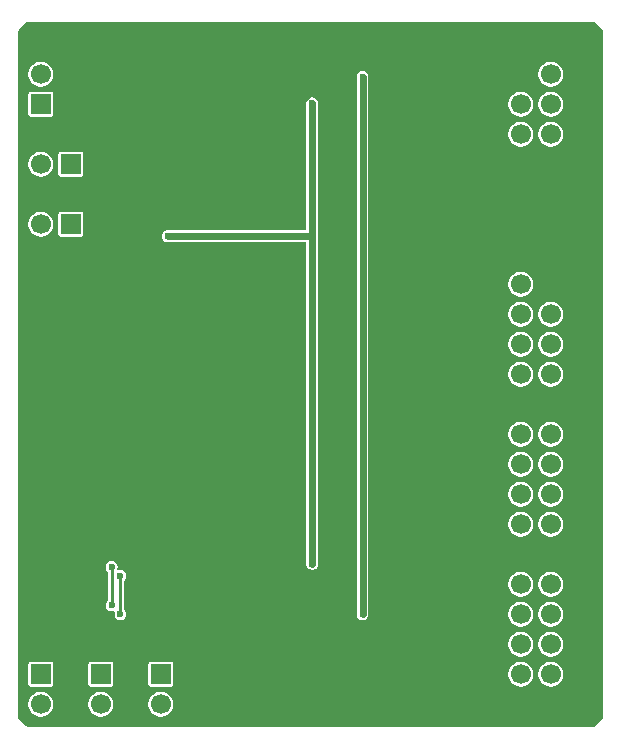
<source format=gbl>
G04 #@! TF.GenerationSoftware,KiCad,Pcbnew,9.0.1*
G04 #@! TF.CreationDate,2025-10-08T22:03:34-06:00*
G04 #@! TF.ProjectId,testbench,74657374-6265-46e6-9368-2e6b69636164,rev?*
G04 #@! TF.SameCoordinates,Original*
G04 #@! TF.FileFunction,Copper,L2,Bot*
G04 #@! TF.FilePolarity,Positive*
%FSLAX46Y46*%
G04 Gerber Fmt 4.6, Leading zero omitted, Abs format (unit mm)*
G04 Created by KiCad (PCBNEW 9.0.1) date 2025-10-08 22:03:34*
%MOMM*%
%LPD*%
G01*
G04 APERTURE LIST*
G04 #@! TA.AperFunction,ComponentPad*
%ADD10R,1.700000X1.700000*%
G04 #@! TD*
G04 #@! TA.AperFunction,ComponentPad*
%ADD11C,1.700000*%
G04 #@! TD*
G04 #@! TA.AperFunction,ViaPad*
%ADD12C,0.600000*%
G04 #@! TD*
G04 #@! TA.AperFunction,Conductor*
%ADD13C,0.600000*%
G04 #@! TD*
G04 #@! TA.AperFunction,Conductor*
%ADD14C,0.250000*%
G04 #@! TD*
G04 APERTURE END LIST*
D10*
X121920000Y-132080000D03*
D11*
X121920000Y-134620000D03*
D10*
X116840000Y-132080000D03*
D11*
X116840000Y-134620000D03*
X111760000Y-134620000D03*
D10*
X111760000Y-132080000D03*
D11*
X111760000Y-93980000D03*
D10*
X114300000Y-93980000D03*
D11*
X111760000Y-88900000D03*
D10*
X114300000Y-88900000D03*
X111760000Y-83820000D03*
D11*
X111760000Y-81280000D03*
X111760000Y-78740000D03*
D10*
X152400000Y-78740000D03*
D11*
X154940000Y-78740000D03*
X152400000Y-81280000D03*
X154940000Y-81280000D03*
X152400000Y-83820000D03*
X154940000Y-83820000D03*
X152400000Y-86360000D03*
X154940000Y-86360000D03*
X152400000Y-88900000D03*
X154940000Y-88900000D03*
D10*
X154940000Y-134620000D03*
D11*
X152400000Y-134620000D03*
X154940000Y-132080000D03*
X152400000Y-132080000D03*
X154940000Y-129540000D03*
X152400000Y-129540000D03*
X154940000Y-127000000D03*
X152400000Y-127000000D03*
X154940000Y-124460000D03*
X152400000Y-124460000D03*
X154940000Y-121920000D03*
X152400000Y-121920000D03*
X154940000Y-119380000D03*
X152400000Y-119380000D03*
X154940000Y-116840000D03*
X152400000Y-116840000D03*
X154940000Y-114300000D03*
X152400000Y-114300000D03*
X154940000Y-111760000D03*
X152400000Y-111760000D03*
X154940000Y-109220000D03*
X152400000Y-109220000D03*
X154940000Y-106680000D03*
X152400000Y-106680000D03*
X154940000Y-104140000D03*
X152400000Y-104140000D03*
X154940000Y-101600000D03*
X152400000Y-101600000D03*
X154940000Y-99060000D03*
X152400000Y-99060000D03*
X154940000Y-96520000D03*
X152400000Y-96520000D03*
D12*
X122500000Y-95000000D03*
X126000000Y-92750000D03*
X115000000Y-112000000D03*
X118500000Y-127000000D03*
X117750000Y-126250000D03*
X117750000Y-123000000D03*
X118500000Y-123750000D03*
X134750000Y-122750000D03*
X134750000Y-116250000D03*
X134750000Y-109750000D03*
X134750000Y-103250000D03*
X134750000Y-83750000D03*
X134750000Y-90250000D03*
X134750000Y-96750000D03*
X139000000Y-127000000D03*
X141000000Y-115000000D03*
X139000000Y-114000000D03*
X136000000Y-115000000D03*
X138000000Y-120500000D03*
X139000000Y-88000000D03*
X141000000Y-89000000D03*
X136000000Y-89000000D03*
X138000000Y-94500000D03*
X120500000Y-81750000D03*
X136000000Y-82500000D03*
X138000000Y-88000000D03*
X141000000Y-82500000D03*
X139000000Y-81500000D03*
X138000000Y-127000000D03*
X141000000Y-121500000D03*
X136000000Y-121500000D03*
X139000000Y-120500000D03*
X138000000Y-107500000D03*
X138000000Y-114000000D03*
X138000000Y-101000000D03*
X139000000Y-94500000D03*
X139000000Y-107500000D03*
X139000000Y-101000000D03*
X141000000Y-102000000D03*
X136000000Y-102000000D03*
X141000000Y-95500000D03*
X136000000Y-95500000D03*
X141000000Y-108500000D03*
X136000000Y-108500000D03*
D13*
X134750000Y-90250000D02*
X134750000Y-95000000D01*
X122500000Y-95000000D02*
X134750000Y-95000000D01*
D14*
X117750000Y-123000000D02*
X117750000Y-126250000D01*
X118500000Y-123750000D02*
X118500000Y-127000000D01*
D13*
X134750000Y-116250000D02*
X134750000Y-122750000D01*
X134750000Y-109750000D02*
X134750000Y-116250000D01*
X134750000Y-103250000D02*
X134750000Y-109750000D01*
X134750000Y-96750000D02*
X134750000Y-103250000D01*
X134750000Y-95000000D02*
X134750000Y-96750000D01*
X134750000Y-83750000D02*
X134750000Y-90250000D01*
X139000000Y-120500000D02*
X139000000Y-127000000D01*
X139000000Y-114000000D02*
X139000000Y-120500000D01*
X139000000Y-107500000D02*
X139000000Y-114000000D01*
X139000000Y-101000000D02*
X139000000Y-107500000D01*
X139000000Y-94500000D02*
X139000000Y-101000000D01*
X139000000Y-88000000D02*
X139000000Y-94500000D01*
X139000000Y-81500000D02*
X139000000Y-88000000D01*
G04 #@! TA.AperFunction,Conductor*
G36*
X158692863Y-76854685D02*
G01*
X158713505Y-76871319D01*
X159348681Y-77506494D01*
X159382166Y-77567817D01*
X159385000Y-77594175D01*
X159385000Y-135765824D01*
X159365315Y-135832863D01*
X159348681Y-135853505D01*
X158713505Y-136488681D01*
X158652182Y-136522166D01*
X158625824Y-136525000D01*
X110614175Y-136525000D01*
X110547136Y-136505315D01*
X110526494Y-136488681D01*
X109891319Y-135853505D01*
X109857834Y-135792182D01*
X109855000Y-135765824D01*
X109855000Y-134516530D01*
X110709500Y-134516530D01*
X110709500Y-134723469D01*
X110749868Y-134926412D01*
X110749870Y-134926420D01*
X110829058Y-135117596D01*
X110944024Y-135289657D01*
X111090342Y-135435975D01*
X111090345Y-135435977D01*
X111262402Y-135550941D01*
X111453580Y-135630130D01*
X111656530Y-135670499D01*
X111656534Y-135670500D01*
X111656535Y-135670500D01*
X111863466Y-135670500D01*
X111863467Y-135670499D01*
X112066420Y-135630130D01*
X112257598Y-135550941D01*
X112429655Y-135435977D01*
X112575977Y-135289655D01*
X112690941Y-135117598D01*
X112770130Y-134926420D01*
X112810500Y-134723465D01*
X112810500Y-134516535D01*
X112810499Y-134516530D01*
X115789500Y-134516530D01*
X115789500Y-134723469D01*
X115829868Y-134926412D01*
X115829870Y-134926420D01*
X115909058Y-135117596D01*
X116024024Y-135289657D01*
X116170342Y-135435975D01*
X116170345Y-135435977D01*
X116342402Y-135550941D01*
X116533580Y-135630130D01*
X116736530Y-135670499D01*
X116736534Y-135670500D01*
X116736535Y-135670500D01*
X116943466Y-135670500D01*
X116943467Y-135670499D01*
X117146420Y-135630130D01*
X117337598Y-135550941D01*
X117509655Y-135435977D01*
X117655977Y-135289655D01*
X117770941Y-135117598D01*
X117850130Y-134926420D01*
X117890500Y-134723465D01*
X117890500Y-134516535D01*
X117890499Y-134516530D01*
X120869500Y-134516530D01*
X120869500Y-134723469D01*
X120909868Y-134926412D01*
X120909870Y-134926420D01*
X120989058Y-135117596D01*
X121104024Y-135289657D01*
X121250342Y-135435975D01*
X121250345Y-135435977D01*
X121422402Y-135550941D01*
X121613580Y-135630130D01*
X121816530Y-135670499D01*
X121816534Y-135670500D01*
X121816535Y-135670500D01*
X122023466Y-135670500D01*
X122023467Y-135670499D01*
X122226420Y-135630130D01*
X122417598Y-135550941D01*
X122589655Y-135435977D01*
X122735977Y-135289655D01*
X122850941Y-135117598D01*
X122930130Y-134926420D01*
X122970500Y-134723465D01*
X122970500Y-134516535D01*
X122930130Y-134313580D01*
X122850941Y-134122402D01*
X122735977Y-133950345D01*
X122735975Y-133950342D01*
X122589657Y-133804024D01*
X122503626Y-133746541D01*
X122417598Y-133689059D01*
X122226420Y-133609870D01*
X122226412Y-133609868D01*
X122023469Y-133569500D01*
X122023465Y-133569500D01*
X121816535Y-133569500D01*
X121816530Y-133569500D01*
X121613587Y-133609868D01*
X121613579Y-133609870D01*
X121422403Y-133689058D01*
X121250342Y-133804024D01*
X121104024Y-133950342D01*
X120989058Y-134122403D01*
X120909870Y-134313579D01*
X120909868Y-134313587D01*
X120869500Y-134516530D01*
X117890499Y-134516530D01*
X117850130Y-134313580D01*
X117770941Y-134122402D01*
X117655977Y-133950345D01*
X117655975Y-133950342D01*
X117509657Y-133804024D01*
X117423626Y-133746541D01*
X117337598Y-133689059D01*
X117146420Y-133609870D01*
X117146412Y-133609868D01*
X116943469Y-133569500D01*
X116943465Y-133569500D01*
X116736535Y-133569500D01*
X116736530Y-133569500D01*
X116533587Y-133609868D01*
X116533579Y-133609870D01*
X116342403Y-133689058D01*
X116170342Y-133804024D01*
X116024024Y-133950342D01*
X115909058Y-134122403D01*
X115829870Y-134313579D01*
X115829868Y-134313587D01*
X115789500Y-134516530D01*
X112810499Y-134516530D01*
X112770130Y-134313580D01*
X112690941Y-134122402D01*
X112575977Y-133950345D01*
X112575975Y-133950342D01*
X112429657Y-133804024D01*
X112343626Y-133746541D01*
X112257598Y-133689059D01*
X112066420Y-133609870D01*
X112066412Y-133609868D01*
X111863469Y-133569500D01*
X111863465Y-133569500D01*
X111656535Y-133569500D01*
X111656530Y-133569500D01*
X111453587Y-133609868D01*
X111453579Y-133609870D01*
X111262403Y-133689058D01*
X111090342Y-133804024D01*
X110944024Y-133950342D01*
X110829058Y-134122403D01*
X110749870Y-134313579D01*
X110749868Y-134313587D01*
X110709500Y-134516530D01*
X109855000Y-134516530D01*
X109855000Y-131210247D01*
X110709500Y-131210247D01*
X110709500Y-132949752D01*
X110721131Y-133008229D01*
X110721132Y-133008230D01*
X110765447Y-133074552D01*
X110831769Y-133118867D01*
X110831770Y-133118868D01*
X110890247Y-133130499D01*
X110890250Y-133130500D01*
X110890252Y-133130500D01*
X112629750Y-133130500D01*
X112629751Y-133130499D01*
X112644568Y-133127552D01*
X112688229Y-133118868D01*
X112688229Y-133118867D01*
X112688231Y-133118867D01*
X112754552Y-133074552D01*
X112798867Y-133008231D01*
X112798867Y-133008229D01*
X112798868Y-133008229D01*
X112810499Y-132949752D01*
X112810500Y-132949750D01*
X112810500Y-131210249D01*
X112810499Y-131210247D01*
X115789500Y-131210247D01*
X115789500Y-132949752D01*
X115801131Y-133008229D01*
X115801132Y-133008230D01*
X115845447Y-133074552D01*
X115911769Y-133118867D01*
X115911770Y-133118868D01*
X115970247Y-133130499D01*
X115970250Y-133130500D01*
X115970252Y-133130500D01*
X117709750Y-133130500D01*
X117709751Y-133130499D01*
X117724568Y-133127552D01*
X117768229Y-133118868D01*
X117768229Y-133118867D01*
X117768231Y-133118867D01*
X117834552Y-133074552D01*
X117878867Y-133008231D01*
X117878867Y-133008229D01*
X117878868Y-133008229D01*
X117890499Y-132949752D01*
X117890500Y-132949750D01*
X117890500Y-131210249D01*
X117890499Y-131210247D01*
X120869500Y-131210247D01*
X120869500Y-132949752D01*
X120881131Y-133008229D01*
X120881132Y-133008230D01*
X120925447Y-133074552D01*
X120991769Y-133118867D01*
X120991770Y-133118868D01*
X121050247Y-133130499D01*
X121050250Y-133130500D01*
X121050252Y-133130500D01*
X122789750Y-133130500D01*
X122789751Y-133130499D01*
X122804568Y-133127552D01*
X122848229Y-133118868D01*
X122848229Y-133118867D01*
X122848231Y-133118867D01*
X122914552Y-133074552D01*
X122958867Y-133008231D01*
X122958867Y-133008229D01*
X122958868Y-133008229D01*
X122970499Y-132949752D01*
X122970500Y-132949750D01*
X122970500Y-131976530D01*
X151349500Y-131976530D01*
X151349500Y-132183469D01*
X151389868Y-132386412D01*
X151389870Y-132386420D01*
X151469058Y-132577596D01*
X151584024Y-132749657D01*
X151730342Y-132895975D01*
X151730345Y-132895977D01*
X151902402Y-133010941D01*
X152093580Y-133090130D01*
X152238052Y-133118867D01*
X152296530Y-133130499D01*
X152296534Y-133130500D01*
X152296535Y-133130500D01*
X152503466Y-133130500D01*
X152503467Y-133130499D01*
X152706420Y-133090130D01*
X152897598Y-133010941D01*
X153069655Y-132895977D01*
X153215977Y-132749655D01*
X153330941Y-132577598D01*
X153410130Y-132386420D01*
X153450500Y-132183465D01*
X153450500Y-131976535D01*
X153450499Y-131976530D01*
X153889500Y-131976530D01*
X153889500Y-132183469D01*
X153929868Y-132386412D01*
X153929870Y-132386420D01*
X154009058Y-132577596D01*
X154124024Y-132749657D01*
X154270342Y-132895975D01*
X154270345Y-132895977D01*
X154442402Y-133010941D01*
X154633580Y-133090130D01*
X154778052Y-133118867D01*
X154836530Y-133130499D01*
X154836534Y-133130500D01*
X154836535Y-133130500D01*
X155043466Y-133130500D01*
X155043467Y-133130499D01*
X155246420Y-133090130D01*
X155437598Y-133010941D01*
X155609655Y-132895977D01*
X155755977Y-132749655D01*
X155870941Y-132577598D01*
X155950130Y-132386420D01*
X155990500Y-132183465D01*
X155990500Y-131976535D01*
X155950130Y-131773580D01*
X155870941Y-131582402D01*
X155755977Y-131410345D01*
X155755975Y-131410342D01*
X155609657Y-131264024D01*
X155441655Y-131151770D01*
X155437598Y-131149059D01*
X155246420Y-131069870D01*
X155246412Y-131069868D01*
X155043469Y-131029500D01*
X155043465Y-131029500D01*
X154836535Y-131029500D01*
X154836530Y-131029500D01*
X154633587Y-131069868D01*
X154633579Y-131069870D01*
X154442403Y-131149058D01*
X154270342Y-131264024D01*
X154124024Y-131410342D01*
X154009058Y-131582403D01*
X153929870Y-131773579D01*
X153929868Y-131773587D01*
X153889500Y-131976530D01*
X153450499Y-131976530D01*
X153410130Y-131773580D01*
X153330941Y-131582402D01*
X153215977Y-131410345D01*
X153215975Y-131410342D01*
X153069657Y-131264024D01*
X152901655Y-131151770D01*
X152897598Y-131149059D01*
X152706420Y-131069870D01*
X152706412Y-131069868D01*
X152503469Y-131029500D01*
X152503465Y-131029500D01*
X152296535Y-131029500D01*
X152296530Y-131029500D01*
X152093587Y-131069868D01*
X152093579Y-131069870D01*
X151902403Y-131149058D01*
X151730342Y-131264024D01*
X151584024Y-131410342D01*
X151469058Y-131582403D01*
X151389870Y-131773579D01*
X151389868Y-131773587D01*
X151349500Y-131976530D01*
X122970500Y-131976530D01*
X122970500Y-131210249D01*
X122970499Y-131210247D01*
X122958868Y-131151770D01*
X122958867Y-131151769D01*
X122914552Y-131085447D01*
X122848230Y-131041132D01*
X122848229Y-131041131D01*
X122789752Y-131029500D01*
X122789748Y-131029500D01*
X121050252Y-131029500D01*
X121050247Y-131029500D01*
X120991770Y-131041131D01*
X120991769Y-131041132D01*
X120925447Y-131085447D01*
X120881132Y-131151769D01*
X120881131Y-131151770D01*
X120869500Y-131210247D01*
X117890499Y-131210247D01*
X117878868Y-131151770D01*
X117878867Y-131151769D01*
X117834552Y-131085447D01*
X117768230Y-131041132D01*
X117768229Y-131041131D01*
X117709752Y-131029500D01*
X117709748Y-131029500D01*
X115970252Y-131029500D01*
X115970247Y-131029500D01*
X115911770Y-131041131D01*
X115911769Y-131041132D01*
X115845447Y-131085447D01*
X115801132Y-131151769D01*
X115801131Y-131151770D01*
X115789500Y-131210247D01*
X112810499Y-131210247D01*
X112798868Y-131151770D01*
X112798867Y-131151769D01*
X112754552Y-131085447D01*
X112688230Y-131041132D01*
X112688229Y-131041131D01*
X112629752Y-131029500D01*
X112629748Y-131029500D01*
X110890252Y-131029500D01*
X110890247Y-131029500D01*
X110831770Y-131041131D01*
X110831769Y-131041132D01*
X110765447Y-131085447D01*
X110721132Y-131151769D01*
X110721131Y-131151770D01*
X110709500Y-131210247D01*
X109855000Y-131210247D01*
X109855000Y-129436530D01*
X151349500Y-129436530D01*
X151349500Y-129643469D01*
X151389868Y-129846412D01*
X151389870Y-129846420D01*
X151469058Y-130037596D01*
X151584024Y-130209657D01*
X151730342Y-130355975D01*
X151730345Y-130355977D01*
X151902402Y-130470941D01*
X152093580Y-130550130D01*
X152296530Y-130590499D01*
X152296534Y-130590500D01*
X152296535Y-130590500D01*
X152503466Y-130590500D01*
X152503467Y-130590499D01*
X152706420Y-130550130D01*
X152897598Y-130470941D01*
X153069655Y-130355977D01*
X153215977Y-130209655D01*
X153330941Y-130037598D01*
X153410130Y-129846420D01*
X153450500Y-129643465D01*
X153450500Y-129436535D01*
X153450499Y-129436530D01*
X153889500Y-129436530D01*
X153889500Y-129643469D01*
X153929868Y-129846412D01*
X153929870Y-129846420D01*
X154009058Y-130037596D01*
X154124024Y-130209657D01*
X154270342Y-130355975D01*
X154270345Y-130355977D01*
X154442402Y-130470941D01*
X154633580Y-130550130D01*
X154836530Y-130590499D01*
X154836534Y-130590500D01*
X154836535Y-130590500D01*
X155043466Y-130590500D01*
X155043467Y-130590499D01*
X155246420Y-130550130D01*
X155437598Y-130470941D01*
X155609655Y-130355977D01*
X155755977Y-130209655D01*
X155870941Y-130037598D01*
X155950130Y-129846420D01*
X155990500Y-129643465D01*
X155990500Y-129436535D01*
X155950130Y-129233580D01*
X155870941Y-129042402D01*
X155755977Y-128870345D01*
X155755975Y-128870342D01*
X155609657Y-128724024D01*
X155523626Y-128666541D01*
X155437598Y-128609059D01*
X155246420Y-128529870D01*
X155246412Y-128529868D01*
X155043469Y-128489500D01*
X155043465Y-128489500D01*
X154836535Y-128489500D01*
X154836530Y-128489500D01*
X154633587Y-128529868D01*
X154633579Y-128529870D01*
X154442403Y-128609058D01*
X154270342Y-128724024D01*
X154124024Y-128870342D01*
X154009058Y-129042403D01*
X153929870Y-129233579D01*
X153929868Y-129233587D01*
X153889500Y-129436530D01*
X153450499Y-129436530D01*
X153410130Y-129233580D01*
X153330941Y-129042402D01*
X153215977Y-128870345D01*
X153215975Y-128870342D01*
X153069657Y-128724024D01*
X152983626Y-128666541D01*
X152897598Y-128609059D01*
X152706420Y-128529870D01*
X152706412Y-128529868D01*
X152503469Y-128489500D01*
X152503465Y-128489500D01*
X152296535Y-128489500D01*
X152296530Y-128489500D01*
X152093587Y-128529868D01*
X152093579Y-128529870D01*
X151902403Y-128609058D01*
X151730342Y-128724024D01*
X151584024Y-128870342D01*
X151469058Y-129042403D01*
X151389870Y-129233579D01*
X151389868Y-129233587D01*
X151349500Y-129436530D01*
X109855000Y-129436530D01*
X109855000Y-122934108D01*
X117249500Y-122934108D01*
X117249500Y-123065892D01*
X117261117Y-123109248D01*
X117283608Y-123193187D01*
X117316121Y-123249500D01*
X117349500Y-123307314D01*
X117349502Y-123307316D01*
X117388181Y-123345995D01*
X117421666Y-123407318D01*
X117424500Y-123433676D01*
X117424500Y-125816324D01*
X117404815Y-125883363D01*
X117388181Y-125904005D01*
X117349502Y-125942683D01*
X117349500Y-125942686D01*
X117283608Y-126056812D01*
X117249500Y-126184108D01*
X117249500Y-126315891D01*
X117283608Y-126443187D01*
X117316554Y-126500250D01*
X117349500Y-126557314D01*
X117442686Y-126650500D01*
X117556814Y-126716392D01*
X117684108Y-126750500D01*
X117684110Y-126750500D01*
X117815890Y-126750500D01*
X117815892Y-126750500D01*
X117859251Y-126738882D01*
X117929097Y-126740543D01*
X117986961Y-126779705D01*
X118014466Y-126843933D01*
X118011118Y-126890749D01*
X117999500Y-126934108D01*
X117999500Y-127065891D01*
X118033608Y-127193187D01*
X118066554Y-127250250D01*
X118099500Y-127307314D01*
X118192686Y-127400500D01*
X118306814Y-127466392D01*
X118434108Y-127500500D01*
X118434110Y-127500500D01*
X118565890Y-127500500D01*
X118565892Y-127500500D01*
X118693186Y-127466392D01*
X118807314Y-127400500D01*
X118900500Y-127307314D01*
X118966392Y-127193186D01*
X119000500Y-127065892D01*
X119000500Y-126934108D01*
X118966392Y-126806814D01*
X118900500Y-126692686D01*
X118861819Y-126654005D01*
X118828334Y-126592682D01*
X118825500Y-126566324D01*
X118825500Y-124183676D01*
X118845185Y-124116637D01*
X118861819Y-124095995D01*
X118900500Y-124057314D01*
X118966392Y-123943186D01*
X119000500Y-123815892D01*
X119000500Y-123684108D01*
X118966392Y-123556814D01*
X118900500Y-123442686D01*
X118807314Y-123349500D01*
X118750250Y-123316554D01*
X118693187Y-123283608D01*
X118603045Y-123259455D01*
X118565892Y-123249500D01*
X118434108Y-123249500D01*
X118390749Y-123261118D01*
X118320899Y-123259455D01*
X118263037Y-123220292D01*
X118235533Y-123156063D01*
X118238881Y-123109252D01*
X118250500Y-123065892D01*
X118250500Y-122934108D01*
X118216392Y-122806814D01*
X118150500Y-122692686D01*
X118057314Y-122599500D01*
X118000250Y-122566554D01*
X117943187Y-122533608D01*
X117879539Y-122516554D01*
X117815892Y-122499500D01*
X117684108Y-122499500D01*
X117556812Y-122533608D01*
X117442686Y-122599500D01*
X117442683Y-122599502D01*
X117349502Y-122692683D01*
X117349500Y-122692686D01*
X117283608Y-122806812D01*
X117249500Y-122934108D01*
X109855000Y-122934108D01*
X109855000Y-93876530D01*
X110709500Y-93876530D01*
X110709500Y-94083469D01*
X110749868Y-94286412D01*
X110749870Y-94286420D01*
X110829059Y-94477598D01*
X110886541Y-94563626D01*
X110944024Y-94649657D01*
X111090342Y-94795975D01*
X111090345Y-94795977D01*
X111262402Y-94910941D01*
X111453580Y-94990130D01*
X111598052Y-95018867D01*
X111656530Y-95030499D01*
X111656534Y-95030500D01*
X111656535Y-95030500D01*
X111863466Y-95030500D01*
X111863467Y-95030499D01*
X112066420Y-94990130D01*
X112257598Y-94910941D01*
X112429655Y-94795977D01*
X112575977Y-94649655D01*
X112690941Y-94477598D01*
X112770130Y-94286420D01*
X112810500Y-94083465D01*
X112810500Y-93876535D01*
X112770130Y-93673580D01*
X112690941Y-93482402D01*
X112575977Y-93310345D01*
X112575975Y-93310342D01*
X112429657Y-93164024D01*
X112349173Y-93110247D01*
X113249500Y-93110247D01*
X113249500Y-94849752D01*
X113261131Y-94908229D01*
X113261132Y-94908230D01*
X113305447Y-94974552D01*
X113371769Y-95018867D01*
X113371770Y-95018868D01*
X113430247Y-95030499D01*
X113430250Y-95030500D01*
X113430252Y-95030500D01*
X115169750Y-95030500D01*
X115169751Y-95030499D01*
X115184568Y-95027552D01*
X115228229Y-95018868D01*
X115228229Y-95018867D01*
X115228231Y-95018867D01*
X115294552Y-94974552D01*
X115321576Y-94934108D01*
X121999500Y-94934108D01*
X121999500Y-95065891D01*
X122033608Y-95193187D01*
X122066554Y-95250250D01*
X122099500Y-95307314D01*
X122192686Y-95400500D01*
X122306814Y-95466392D01*
X122434108Y-95500500D01*
X122565892Y-95500500D01*
X134125500Y-95500500D01*
X134192539Y-95520185D01*
X134238294Y-95572989D01*
X134249500Y-95624500D01*
X134249500Y-122815891D01*
X134283608Y-122943187D01*
X134316554Y-123000250D01*
X134349500Y-123057314D01*
X134442686Y-123150500D01*
X134556814Y-123216392D01*
X134684108Y-123250500D01*
X134684110Y-123250500D01*
X134815890Y-123250500D01*
X134815892Y-123250500D01*
X134943186Y-123216392D01*
X135057314Y-123150500D01*
X135150500Y-123057314D01*
X135216392Y-122943186D01*
X135250500Y-122815892D01*
X135250500Y-122684108D01*
X135250500Y-116184108D01*
X135250500Y-109684108D01*
X135250500Y-103184108D01*
X135250500Y-96684108D01*
X135250500Y-94934108D01*
X135250500Y-90184108D01*
X135250500Y-83684108D01*
X135216392Y-83556814D01*
X135150500Y-83442686D01*
X135057314Y-83349500D01*
X135000250Y-83316554D01*
X134943187Y-83283608D01*
X134879539Y-83266554D01*
X134815892Y-83249500D01*
X134684108Y-83249500D01*
X134556812Y-83283608D01*
X134442686Y-83349500D01*
X134442683Y-83349502D01*
X134349502Y-83442683D01*
X134349500Y-83442686D01*
X134283608Y-83556812D01*
X134249500Y-83684108D01*
X134249500Y-94375500D01*
X134229815Y-94442539D01*
X134177011Y-94488294D01*
X134125500Y-94499500D01*
X122434108Y-94499500D01*
X122306812Y-94533608D01*
X122192686Y-94599500D01*
X122192683Y-94599502D01*
X122099502Y-94692683D01*
X122099500Y-94692686D01*
X122033608Y-94806812D01*
X121999500Y-94934108D01*
X115321576Y-94934108D01*
X115338867Y-94908231D01*
X115338867Y-94908229D01*
X115338868Y-94908229D01*
X115340149Y-94901790D01*
X115350499Y-94849752D01*
X115350500Y-94849750D01*
X115350500Y-93110249D01*
X115350499Y-93110247D01*
X115338868Y-93051770D01*
X115338867Y-93051769D01*
X115294552Y-92985447D01*
X115228230Y-92941132D01*
X115228229Y-92941131D01*
X115169752Y-92929500D01*
X115169748Y-92929500D01*
X113430252Y-92929500D01*
X113430247Y-92929500D01*
X113371770Y-92941131D01*
X113371769Y-92941132D01*
X113305447Y-92985447D01*
X113261132Y-93051769D01*
X113261131Y-93051770D01*
X113249500Y-93110247D01*
X112349173Y-93110247D01*
X112261655Y-93051770D01*
X112257598Y-93049059D01*
X112066420Y-92969870D01*
X112066412Y-92969868D01*
X111863469Y-92929500D01*
X111863465Y-92929500D01*
X111656535Y-92929500D01*
X111656530Y-92929500D01*
X111453587Y-92969868D01*
X111453579Y-92969870D01*
X111262403Y-93049058D01*
X111090342Y-93164024D01*
X110944024Y-93310342D01*
X110829058Y-93482403D01*
X110749870Y-93673579D01*
X110749868Y-93673587D01*
X110709500Y-93876530D01*
X109855000Y-93876530D01*
X109855000Y-88796530D01*
X110709500Y-88796530D01*
X110709500Y-89003469D01*
X110749868Y-89206412D01*
X110749870Y-89206420D01*
X110829058Y-89397596D01*
X110944024Y-89569657D01*
X111090342Y-89715975D01*
X111090345Y-89715977D01*
X111262402Y-89830941D01*
X111453580Y-89910130D01*
X111598052Y-89938867D01*
X111656530Y-89950499D01*
X111656534Y-89950500D01*
X111656535Y-89950500D01*
X111863466Y-89950500D01*
X111863467Y-89950499D01*
X112066420Y-89910130D01*
X112257598Y-89830941D01*
X112429655Y-89715977D01*
X112575977Y-89569655D01*
X112690941Y-89397598D01*
X112770130Y-89206420D01*
X112810500Y-89003465D01*
X112810500Y-88796535D01*
X112770130Y-88593580D01*
X112690941Y-88402402D01*
X112575977Y-88230345D01*
X112575975Y-88230342D01*
X112429657Y-88084024D01*
X112349173Y-88030247D01*
X113249500Y-88030247D01*
X113249500Y-89769752D01*
X113261131Y-89828229D01*
X113261132Y-89828230D01*
X113305447Y-89894552D01*
X113371769Y-89938867D01*
X113371770Y-89938868D01*
X113430247Y-89950499D01*
X113430250Y-89950500D01*
X113430252Y-89950500D01*
X115169750Y-89950500D01*
X115169751Y-89950499D01*
X115184568Y-89947552D01*
X115228229Y-89938868D01*
X115228229Y-89938867D01*
X115228231Y-89938867D01*
X115294552Y-89894552D01*
X115338867Y-89828231D01*
X115338867Y-89828229D01*
X115338868Y-89828229D01*
X115350499Y-89769752D01*
X115350500Y-89769750D01*
X115350500Y-88030249D01*
X115350499Y-88030247D01*
X115338868Y-87971770D01*
X115338867Y-87971769D01*
X115294552Y-87905447D01*
X115228230Y-87861132D01*
X115228229Y-87861131D01*
X115169752Y-87849500D01*
X115169748Y-87849500D01*
X113430252Y-87849500D01*
X113430247Y-87849500D01*
X113371770Y-87861131D01*
X113371769Y-87861132D01*
X113305447Y-87905447D01*
X113261132Y-87971769D01*
X113261131Y-87971770D01*
X113249500Y-88030247D01*
X112349173Y-88030247D01*
X112261655Y-87971770D01*
X112257598Y-87969059D01*
X112173219Y-87934108D01*
X112066420Y-87889870D01*
X112066412Y-87889868D01*
X111863469Y-87849500D01*
X111863465Y-87849500D01*
X111656535Y-87849500D01*
X111656530Y-87849500D01*
X111453587Y-87889868D01*
X111453579Y-87889870D01*
X111262403Y-87969058D01*
X111090342Y-88084024D01*
X110944024Y-88230342D01*
X110829058Y-88402403D01*
X110749870Y-88593579D01*
X110749868Y-88593587D01*
X110709500Y-88796530D01*
X109855000Y-88796530D01*
X109855000Y-82950247D01*
X110709500Y-82950247D01*
X110709500Y-84689752D01*
X110721131Y-84748229D01*
X110721132Y-84748230D01*
X110765447Y-84814552D01*
X110831769Y-84858867D01*
X110831770Y-84858868D01*
X110890247Y-84870499D01*
X110890250Y-84870500D01*
X110890252Y-84870500D01*
X112629750Y-84870500D01*
X112629751Y-84870499D01*
X112644568Y-84867552D01*
X112688229Y-84858868D01*
X112688229Y-84858867D01*
X112688231Y-84858867D01*
X112754552Y-84814552D01*
X112798867Y-84748231D01*
X112798867Y-84748229D01*
X112798868Y-84748229D01*
X112810499Y-84689752D01*
X112810500Y-84689750D01*
X112810500Y-82950249D01*
X112810499Y-82950247D01*
X112798868Y-82891770D01*
X112798867Y-82891769D01*
X112754552Y-82825447D01*
X112688230Y-82781132D01*
X112688229Y-82781131D01*
X112629752Y-82769500D01*
X112629748Y-82769500D01*
X110890252Y-82769500D01*
X110890247Y-82769500D01*
X110831770Y-82781131D01*
X110831769Y-82781132D01*
X110765447Y-82825447D01*
X110721132Y-82891769D01*
X110721131Y-82891770D01*
X110709500Y-82950247D01*
X109855000Y-82950247D01*
X109855000Y-81176530D01*
X110709500Y-81176530D01*
X110709500Y-81383469D01*
X110749868Y-81586412D01*
X110749870Y-81586420D01*
X110829058Y-81777596D01*
X110944024Y-81949657D01*
X111090342Y-82095975D01*
X111090345Y-82095977D01*
X111262402Y-82210941D01*
X111453580Y-82290130D01*
X111656530Y-82330499D01*
X111656534Y-82330500D01*
X111656535Y-82330500D01*
X111863466Y-82330500D01*
X111863467Y-82330499D01*
X112066420Y-82290130D01*
X112257598Y-82210941D01*
X112429655Y-82095977D01*
X112575977Y-81949655D01*
X112690941Y-81777598D01*
X112770130Y-81586420D01*
X112800427Y-81434108D01*
X138499500Y-81434108D01*
X138499500Y-127065891D01*
X138533608Y-127193187D01*
X138566554Y-127250250D01*
X138599500Y-127307314D01*
X138692686Y-127400500D01*
X138806814Y-127466392D01*
X138934108Y-127500500D01*
X138934110Y-127500500D01*
X139065890Y-127500500D01*
X139065892Y-127500500D01*
X139193186Y-127466392D01*
X139307314Y-127400500D01*
X139400500Y-127307314D01*
X139466392Y-127193186D01*
X139500500Y-127065892D01*
X139500500Y-126934108D01*
X139500500Y-126896530D01*
X151349500Y-126896530D01*
X151349500Y-127103469D01*
X151389868Y-127306412D01*
X151389870Y-127306420D01*
X151456132Y-127466391D01*
X151469059Y-127497598D01*
X151470998Y-127500500D01*
X151584024Y-127669657D01*
X151730342Y-127815975D01*
X151730345Y-127815977D01*
X151902402Y-127930941D01*
X152093580Y-128010130D01*
X152296530Y-128050499D01*
X152296534Y-128050500D01*
X152296535Y-128050500D01*
X152503466Y-128050500D01*
X152503467Y-128050499D01*
X152706420Y-128010130D01*
X152897598Y-127930941D01*
X153069655Y-127815977D01*
X153215977Y-127669655D01*
X153330941Y-127497598D01*
X153410130Y-127306420D01*
X153450500Y-127103465D01*
X153450500Y-126896535D01*
X153450499Y-126896530D01*
X153889500Y-126896530D01*
X153889500Y-127103469D01*
X153929868Y-127306412D01*
X153929870Y-127306420D01*
X153996132Y-127466391D01*
X154009059Y-127497598D01*
X154010998Y-127500500D01*
X154124024Y-127669657D01*
X154270342Y-127815975D01*
X154270345Y-127815977D01*
X154442402Y-127930941D01*
X154633580Y-128010130D01*
X154836530Y-128050499D01*
X154836534Y-128050500D01*
X154836535Y-128050500D01*
X155043466Y-128050500D01*
X155043467Y-128050499D01*
X155246420Y-128010130D01*
X155437598Y-127930941D01*
X155609655Y-127815977D01*
X155755977Y-127669655D01*
X155870941Y-127497598D01*
X155950130Y-127306420D01*
X155990500Y-127103465D01*
X155990500Y-126896535D01*
X155950130Y-126693580D01*
X155870941Y-126502402D01*
X155755977Y-126330345D01*
X155755975Y-126330342D01*
X155609657Y-126184024D01*
X155523626Y-126126541D01*
X155437598Y-126069059D01*
X155408031Y-126056812D01*
X155246420Y-125989870D01*
X155246412Y-125989868D01*
X155043469Y-125949500D01*
X155043465Y-125949500D01*
X154836535Y-125949500D01*
X154836530Y-125949500D01*
X154633587Y-125989868D01*
X154633579Y-125989870D01*
X154442403Y-126069058D01*
X154270342Y-126184024D01*
X154124024Y-126330342D01*
X154009058Y-126502403D01*
X153929870Y-126693579D01*
X153929868Y-126693587D01*
X153889500Y-126896530D01*
X153450499Y-126896530D01*
X153410130Y-126693580D01*
X153330941Y-126502402D01*
X153215977Y-126330345D01*
X153215975Y-126330342D01*
X153069657Y-126184024D01*
X152983626Y-126126541D01*
X152897598Y-126069059D01*
X152868031Y-126056812D01*
X152706420Y-125989870D01*
X152706412Y-125989868D01*
X152503469Y-125949500D01*
X152503465Y-125949500D01*
X152296535Y-125949500D01*
X152296530Y-125949500D01*
X152093587Y-125989868D01*
X152093579Y-125989870D01*
X151902403Y-126069058D01*
X151730342Y-126184024D01*
X151584024Y-126330342D01*
X151469058Y-126502403D01*
X151389870Y-126693579D01*
X151389868Y-126693587D01*
X151349500Y-126896530D01*
X139500500Y-126896530D01*
X139500500Y-124356530D01*
X151349500Y-124356530D01*
X151349500Y-124563469D01*
X151389868Y-124766412D01*
X151389870Y-124766420D01*
X151469058Y-124957596D01*
X151584024Y-125129657D01*
X151730342Y-125275975D01*
X151730345Y-125275977D01*
X151902402Y-125390941D01*
X152093580Y-125470130D01*
X152296530Y-125510499D01*
X152296534Y-125510500D01*
X152296535Y-125510500D01*
X152503466Y-125510500D01*
X152503467Y-125510499D01*
X152706420Y-125470130D01*
X152897598Y-125390941D01*
X153069655Y-125275977D01*
X153215977Y-125129655D01*
X153330941Y-124957598D01*
X153410130Y-124766420D01*
X153450500Y-124563465D01*
X153450500Y-124356535D01*
X153450499Y-124356530D01*
X153889500Y-124356530D01*
X153889500Y-124563469D01*
X153929868Y-124766412D01*
X153929870Y-124766420D01*
X154009058Y-124957596D01*
X154124024Y-125129657D01*
X154270342Y-125275975D01*
X154270345Y-125275977D01*
X154442402Y-125390941D01*
X154633580Y-125470130D01*
X154836530Y-125510499D01*
X154836534Y-125510500D01*
X154836535Y-125510500D01*
X155043466Y-125510500D01*
X155043467Y-125510499D01*
X155246420Y-125470130D01*
X155437598Y-125390941D01*
X155609655Y-125275977D01*
X155755977Y-125129655D01*
X155870941Y-124957598D01*
X155950130Y-124766420D01*
X155990500Y-124563465D01*
X155990500Y-124356535D01*
X155950130Y-124153580D01*
X155870941Y-123962402D01*
X155755977Y-123790345D01*
X155755975Y-123790342D01*
X155609657Y-123644024D01*
X155523626Y-123586541D01*
X155437598Y-123529059D01*
X155246420Y-123449870D01*
X155246412Y-123449868D01*
X155043469Y-123409500D01*
X155043465Y-123409500D01*
X154836535Y-123409500D01*
X154836530Y-123409500D01*
X154633587Y-123449868D01*
X154633579Y-123449870D01*
X154442403Y-123529058D01*
X154270342Y-123644024D01*
X154124024Y-123790342D01*
X154009058Y-123962403D01*
X153929870Y-124153579D01*
X153929868Y-124153587D01*
X153889500Y-124356530D01*
X153450499Y-124356530D01*
X153410130Y-124153580D01*
X153330941Y-123962402D01*
X153215977Y-123790345D01*
X153215975Y-123790342D01*
X153069657Y-123644024D01*
X152983626Y-123586541D01*
X152897598Y-123529059D01*
X152706420Y-123449870D01*
X152706412Y-123449868D01*
X152503469Y-123409500D01*
X152503465Y-123409500D01*
X152296535Y-123409500D01*
X152296530Y-123409500D01*
X152093587Y-123449868D01*
X152093579Y-123449870D01*
X151902403Y-123529058D01*
X151730342Y-123644024D01*
X151584024Y-123790342D01*
X151469058Y-123962403D01*
X151389870Y-124153579D01*
X151389868Y-124153587D01*
X151349500Y-124356530D01*
X139500500Y-124356530D01*
X139500500Y-120434108D01*
X139500500Y-119276530D01*
X151349500Y-119276530D01*
X151349500Y-119483469D01*
X151389868Y-119686412D01*
X151389870Y-119686420D01*
X151469058Y-119877596D01*
X151584024Y-120049657D01*
X151730342Y-120195975D01*
X151730345Y-120195977D01*
X151902402Y-120310941D01*
X152093580Y-120390130D01*
X152296530Y-120430499D01*
X152296534Y-120430500D01*
X152296535Y-120430500D01*
X152503466Y-120430500D01*
X152503467Y-120430499D01*
X152706420Y-120390130D01*
X152897598Y-120310941D01*
X153069655Y-120195977D01*
X153215977Y-120049655D01*
X153330941Y-119877598D01*
X153410130Y-119686420D01*
X153450500Y-119483465D01*
X153450500Y-119276535D01*
X153450499Y-119276530D01*
X153889500Y-119276530D01*
X153889500Y-119483469D01*
X153929868Y-119686412D01*
X153929870Y-119686420D01*
X154009058Y-119877596D01*
X154124024Y-120049657D01*
X154270342Y-120195975D01*
X154270345Y-120195977D01*
X154442402Y-120310941D01*
X154633580Y-120390130D01*
X154836530Y-120430499D01*
X154836534Y-120430500D01*
X154836535Y-120430500D01*
X155043466Y-120430500D01*
X155043467Y-120430499D01*
X155246420Y-120390130D01*
X155437598Y-120310941D01*
X155609655Y-120195977D01*
X155755977Y-120049655D01*
X155870941Y-119877598D01*
X155950130Y-119686420D01*
X155990500Y-119483465D01*
X155990500Y-119276535D01*
X155950130Y-119073580D01*
X155870941Y-118882402D01*
X155755977Y-118710345D01*
X155755975Y-118710342D01*
X155609657Y-118564024D01*
X155523626Y-118506541D01*
X155437598Y-118449059D01*
X155246420Y-118369870D01*
X155246412Y-118369868D01*
X155043469Y-118329500D01*
X155043465Y-118329500D01*
X154836535Y-118329500D01*
X154836530Y-118329500D01*
X154633587Y-118369868D01*
X154633579Y-118369870D01*
X154442403Y-118449058D01*
X154270342Y-118564024D01*
X154124024Y-118710342D01*
X154009058Y-118882403D01*
X153929870Y-119073579D01*
X153929868Y-119073587D01*
X153889500Y-119276530D01*
X153450499Y-119276530D01*
X153410130Y-119073580D01*
X153330941Y-118882402D01*
X153215977Y-118710345D01*
X153215975Y-118710342D01*
X153069657Y-118564024D01*
X152983626Y-118506541D01*
X152897598Y-118449059D01*
X152706420Y-118369870D01*
X152706412Y-118369868D01*
X152503469Y-118329500D01*
X152503465Y-118329500D01*
X152296535Y-118329500D01*
X152296530Y-118329500D01*
X152093587Y-118369868D01*
X152093579Y-118369870D01*
X151902403Y-118449058D01*
X151730342Y-118564024D01*
X151584024Y-118710342D01*
X151469058Y-118882403D01*
X151389870Y-119073579D01*
X151389868Y-119073587D01*
X151349500Y-119276530D01*
X139500500Y-119276530D01*
X139500500Y-116736530D01*
X151349500Y-116736530D01*
X151349500Y-116943469D01*
X151389868Y-117146412D01*
X151389870Y-117146420D01*
X151469058Y-117337596D01*
X151584024Y-117509657D01*
X151730342Y-117655975D01*
X151730345Y-117655977D01*
X151902402Y-117770941D01*
X152093580Y-117850130D01*
X152296530Y-117890499D01*
X152296534Y-117890500D01*
X152296535Y-117890500D01*
X152503466Y-117890500D01*
X152503467Y-117890499D01*
X152706420Y-117850130D01*
X152897598Y-117770941D01*
X153069655Y-117655977D01*
X153215977Y-117509655D01*
X153330941Y-117337598D01*
X153410130Y-117146420D01*
X153450500Y-116943465D01*
X153450500Y-116736535D01*
X153450499Y-116736530D01*
X153889500Y-116736530D01*
X153889500Y-116943469D01*
X153929868Y-117146412D01*
X153929870Y-117146420D01*
X154009058Y-117337596D01*
X154124024Y-117509657D01*
X154270342Y-117655975D01*
X154270345Y-117655977D01*
X154442402Y-117770941D01*
X154633580Y-117850130D01*
X154836530Y-117890499D01*
X154836534Y-117890500D01*
X154836535Y-117890500D01*
X155043466Y-117890500D01*
X155043467Y-117890499D01*
X155246420Y-117850130D01*
X155437598Y-117770941D01*
X155609655Y-117655977D01*
X155755977Y-117509655D01*
X155870941Y-117337598D01*
X155950130Y-117146420D01*
X155990500Y-116943465D01*
X155990500Y-116736535D01*
X155950130Y-116533580D01*
X155870941Y-116342402D01*
X155755977Y-116170345D01*
X155755975Y-116170342D01*
X155609657Y-116024024D01*
X155523626Y-115966541D01*
X155437598Y-115909059D01*
X155246420Y-115829870D01*
X155246412Y-115829868D01*
X155043469Y-115789500D01*
X155043465Y-115789500D01*
X154836535Y-115789500D01*
X154836530Y-115789500D01*
X154633587Y-115829868D01*
X154633579Y-115829870D01*
X154442403Y-115909058D01*
X154270342Y-116024024D01*
X154124024Y-116170342D01*
X154009058Y-116342403D01*
X153929870Y-116533579D01*
X153929868Y-116533587D01*
X153889500Y-116736530D01*
X153450499Y-116736530D01*
X153410130Y-116533580D01*
X153330941Y-116342402D01*
X153215977Y-116170345D01*
X153215975Y-116170342D01*
X153069657Y-116024024D01*
X152983626Y-115966541D01*
X152897598Y-115909059D01*
X152706420Y-115829870D01*
X152706412Y-115829868D01*
X152503469Y-115789500D01*
X152503465Y-115789500D01*
X152296535Y-115789500D01*
X152296530Y-115789500D01*
X152093587Y-115829868D01*
X152093579Y-115829870D01*
X151902403Y-115909058D01*
X151730342Y-116024024D01*
X151584024Y-116170342D01*
X151469058Y-116342403D01*
X151389870Y-116533579D01*
X151389868Y-116533587D01*
X151349500Y-116736530D01*
X139500500Y-116736530D01*
X139500500Y-114196530D01*
X151349500Y-114196530D01*
X151349500Y-114403469D01*
X151389868Y-114606412D01*
X151389870Y-114606420D01*
X151469058Y-114797596D01*
X151584024Y-114969657D01*
X151730342Y-115115975D01*
X151730345Y-115115977D01*
X151902402Y-115230941D01*
X152093580Y-115310130D01*
X152296530Y-115350499D01*
X152296534Y-115350500D01*
X152296535Y-115350500D01*
X152503466Y-115350500D01*
X152503467Y-115350499D01*
X152706420Y-115310130D01*
X152897598Y-115230941D01*
X153069655Y-115115977D01*
X153215977Y-114969655D01*
X153330941Y-114797598D01*
X153410130Y-114606420D01*
X153450500Y-114403465D01*
X153450500Y-114196535D01*
X153450499Y-114196530D01*
X153889500Y-114196530D01*
X153889500Y-114403469D01*
X153929868Y-114606412D01*
X153929870Y-114606420D01*
X154009058Y-114797596D01*
X154124024Y-114969657D01*
X154270342Y-115115975D01*
X154270345Y-115115977D01*
X154442402Y-115230941D01*
X154633580Y-115310130D01*
X154836530Y-115350499D01*
X154836534Y-115350500D01*
X154836535Y-115350500D01*
X155043466Y-115350500D01*
X155043467Y-115350499D01*
X155246420Y-115310130D01*
X155437598Y-115230941D01*
X155609655Y-115115977D01*
X155755977Y-114969655D01*
X155870941Y-114797598D01*
X155950130Y-114606420D01*
X155990500Y-114403465D01*
X155990500Y-114196535D01*
X155950130Y-113993580D01*
X155870941Y-113802402D01*
X155755977Y-113630345D01*
X155755975Y-113630342D01*
X155609657Y-113484024D01*
X155523626Y-113426541D01*
X155437598Y-113369059D01*
X155246420Y-113289870D01*
X155246412Y-113289868D01*
X155043469Y-113249500D01*
X155043465Y-113249500D01*
X154836535Y-113249500D01*
X154836530Y-113249500D01*
X154633587Y-113289868D01*
X154633579Y-113289870D01*
X154442403Y-113369058D01*
X154270342Y-113484024D01*
X154124024Y-113630342D01*
X154009058Y-113802403D01*
X153929870Y-113993579D01*
X153929868Y-113993587D01*
X153889500Y-114196530D01*
X153450499Y-114196530D01*
X153410130Y-113993580D01*
X153330941Y-113802402D01*
X153215977Y-113630345D01*
X153215975Y-113630342D01*
X153069657Y-113484024D01*
X152983626Y-113426541D01*
X152897598Y-113369059D01*
X152706420Y-113289870D01*
X152706412Y-113289868D01*
X152503469Y-113249500D01*
X152503465Y-113249500D01*
X152296535Y-113249500D01*
X152296530Y-113249500D01*
X152093587Y-113289868D01*
X152093579Y-113289870D01*
X151902403Y-113369058D01*
X151730342Y-113484024D01*
X151584024Y-113630342D01*
X151469058Y-113802403D01*
X151389870Y-113993579D01*
X151389868Y-113993587D01*
X151349500Y-114196530D01*
X139500500Y-114196530D01*
X139500500Y-113934108D01*
X139500500Y-111656530D01*
X151349500Y-111656530D01*
X151349500Y-111863469D01*
X151389868Y-112066412D01*
X151389870Y-112066420D01*
X151469058Y-112257596D01*
X151584024Y-112429657D01*
X151730342Y-112575975D01*
X151730345Y-112575977D01*
X151902402Y-112690941D01*
X152093580Y-112770130D01*
X152296530Y-112810499D01*
X152296534Y-112810500D01*
X152296535Y-112810500D01*
X152503466Y-112810500D01*
X152503467Y-112810499D01*
X152706420Y-112770130D01*
X152897598Y-112690941D01*
X153069655Y-112575977D01*
X153215977Y-112429655D01*
X153330941Y-112257598D01*
X153410130Y-112066420D01*
X153450500Y-111863465D01*
X153450500Y-111656535D01*
X153450499Y-111656530D01*
X153889500Y-111656530D01*
X153889500Y-111863469D01*
X153929868Y-112066412D01*
X153929870Y-112066420D01*
X154009058Y-112257596D01*
X154124024Y-112429657D01*
X154270342Y-112575975D01*
X154270345Y-112575977D01*
X154442402Y-112690941D01*
X154633580Y-112770130D01*
X154836530Y-112810499D01*
X154836534Y-112810500D01*
X154836535Y-112810500D01*
X155043466Y-112810500D01*
X155043467Y-112810499D01*
X155246420Y-112770130D01*
X155437598Y-112690941D01*
X155609655Y-112575977D01*
X155755977Y-112429655D01*
X155870941Y-112257598D01*
X155950130Y-112066420D01*
X155990500Y-111863465D01*
X155990500Y-111656535D01*
X155950130Y-111453580D01*
X155870941Y-111262402D01*
X155755977Y-111090345D01*
X155755975Y-111090342D01*
X155609657Y-110944024D01*
X155523626Y-110886541D01*
X155437598Y-110829059D01*
X155246420Y-110749870D01*
X155246412Y-110749868D01*
X155043469Y-110709500D01*
X155043465Y-110709500D01*
X154836535Y-110709500D01*
X154836530Y-110709500D01*
X154633587Y-110749868D01*
X154633579Y-110749870D01*
X154442403Y-110829058D01*
X154270342Y-110944024D01*
X154124024Y-111090342D01*
X154009058Y-111262403D01*
X153929870Y-111453579D01*
X153929868Y-111453587D01*
X153889500Y-111656530D01*
X153450499Y-111656530D01*
X153410130Y-111453580D01*
X153330941Y-111262402D01*
X153215977Y-111090345D01*
X153215975Y-111090342D01*
X153069657Y-110944024D01*
X152983626Y-110886541D01*
X152897598Y-110829059D01*
X152706420Y-110749870D01*
X152706412Y-110749868D01*
X152503469Y-110709500D01*
X152503465Y-110709500D01*
X152296535Y-110709500D01*
X152296530Y-110709500D01*
X152093587Y-110749868D01*
X152093579Y-110749870D01*
X151902403Y-110829058D01*
X151730342Y-110944024D01*
X151584024Y-111090342D01*
X151469058Y-111262403D01*
X151389870Y-111453579D01*
X151389868Y-111453587D01*
X151349500Y-111656530D01*
X139500500Y-111656530D01*
X139500500Y-107434108D01*
X139500500Y-106576530D01*
X151349500Y-106576530D01*
X151349500Y-106783469D01*
X151389868Y-106986412D01*
X151389870Y-106986420D01*
X151469058Y-107177596D01*
X151584024Y-107349657D01*
X151730342Y-107495975D01*
X151730345Y-107495977D01*
X151902402Y-107610941D01*
X152093580Y-107690130D01*
X152296530Y-107730499D01*
X152296534Y-107730500D01*
X152296535Y-107730500D01*
X152503466Y-107730500D01*
X152503467Y-107730499D01*
X152706420Y-107690130D01*
X152897598Y-107610941D01*
X153069655Y-107495977D01*
X153215977Y-107349655D01*
X153330941Y-107177598D01*
X153410130Y-106986420D01*
X153450500Y-106783465D01*
X153450500Y-106576535D01*
X153450499Y-106576530D01*
X153889500Y-106576530D01*
X153889500Y-106783469D01*
X153929868Y-106986412D01*
X153929870Y-106986420D01*
X154009058Y-107177596D01*
X154124024Y-107349657D01*
X154270342Y-107495975D01*
X154270345Y-107495977D01*
X154442402Y-107610941D01*
X154633580Y-107690130D01*
X154836530Y-107730499D01*
X154836534Y-107730500D01*
X154836535Y-107730500D01*
X155043466Y-107730500D01*
X155043467Y-107730499D01*
X155246420Y-107690130D01*
X155437598Y-107610941D01*
X155609655Y-107495977D01*
X155755977Y-107349655D01*
X155870941Y-107177598D01*
X155950130Y-106986420D01*
X155990500Y-106783465D01*
X155990500Y-106576535D01*
X155950130Y-106373580D01*
X155870941Y-106182402D01*
X155755977Y-106010345D01*
X155755975Y-106010342D01*
X155609657Y-105864024D01*
X155523626Y-105806541D01*
X155437598Y-105749059D01*
X155246420Y-105669870D01*
X155246412Y-105669868D01*
X155043469Y-105629500D01*
X155043465Y-105629500D01*
X154836535Y-105629500D01*
X154836530Y-105629500D01*
X154633587Y-105669868D01*
X154633579Y-105669870D01*
X154442403Y-105749058D01*
X154270342Y-105864024D01*
X154124024Y-106010342D01*
X154009058Y-106182403D01*
X153929870Y-106373579D01*
X153929868Y-106373587D01*
X153889500Y-106576530D01*
X153450499Y-106576530D01*
X153410130Y-106373580D01*
X153330941Y-106182402D01*
X153215977Y-106010345D01*
X153215975Y-106010342D01*
X153069657Y-105864024D01*
X152983626Y-105806541D01*
X152897598Y-105749059D01*
X152706420Y-105669870D01*
X152706412Y-105669868D01*
X152503469Y-105629500D01*
X152503465Y-105629500D01*
X152296535Y-105629500D01*
X152296530Y-105629500D01*
X152093587Y-105669868D01*
X152093579Y-105669870D01*
X151902403Y-105749058D01*
X151730342Y-105864024D01*
X151584024Y-106010342D01*
X151469058Y-106182403D01*
X151389870Y-106373579D01*
X151389868Y-106373587D01*
X151349500Y-106576530D01*
X139500500Y-106576530D01*
X139500500Y-104036530D01*
X151349500Y-104036530D01*
X151349500Y-104243469D01*
X151389868Y-104446412D01*
X151389870Y-104446420D01*
X151469058Y-104637596D01*
X151584024Y-104809657D01*
X151730342Y-104955975D01*
X151730345Y-104955977D01*
X151902402Y-105070941D01*
X152093580Y-105150130D01*
X152296530Y-105190499D01*
X152296534Y-105190500D01*
X152296535Y-105190500D01*
X152503466Y-105190500D01*
X152503467Y-105190499D01*
X152706420Y-105150130D01*
X152897598Y-105070941D01*
X153069655Y-104955977D01*
X153215977Y-104809655D01*
X153330941Y-104637598D01*
X153410130Y-104446420D01*
X153450500Y-104243465D01*
X153450500Y-104036535D01*
X153450499Y-104036530D01*
X153889500Y-104036530D01*
X153889500Y-104243469D01*
X153929868Y-104446412D01*
X153929870Y-104446420D01*
X154009058Y-104637596D01*
X154124024Y-104809657D01*
X154270342Y-104955975D01*
X154270345Y-104955977D01*
X154442402Y-105070941D01*
X154633580Y-105150130D01*
X154836530Y-105190499D01*
X154836534Y-105190500D01*
X154836535Y-105190500D01*
X155043466Y-105190500D01*
X155043467Y-105190499D01*
X155246420Y-105150130D01*
X155437598Y-105070941D01*
X155609655Y-104955977D01*
X155755977Y-104809655D01*
X155870941Y-104637598D01*
X155950130Y-104446420D01*
X155990500Y-104243465D01*
X155990500Y-104036535D01*
X155950130Y-103833580D01*
X155870941Y-103642402D01*
X155755977Y-103470345D01*
X155755975Y-103470342D01*
X155609657Y-103324024D01*
X155523626Y-103266541D01*
X155437598Y-103209059D01*
X155377361Y-103184108D01*
X155246420Y-103129870D01*
X155246412Y-103129868D01*
X155043469Y-103089500D01*
X155043465Y-103089500D01*
X154836535Y-103089500D01*
X154836530Y-103089500D01*
X154633587Y-103129868D01*
X154633579Y-103129870D01*
X154442403Y-103209058D01*
X154270342Y-103324024D01*
X154124024Y-103470342D01*
X154009058Y-103642403D01*
X153929870Y-103833579D01*
X153929868Y-103833587D01*
X153889500Y-104036530D01*
X153450499Y-104036530D01*
X153410130Y-103833580D01*
X153330941Y-103642402D01*
X153215977Y-103470345D01*
X153215975Y-103470342D01*
X153069657Y-103324024D01*
X152983626Y-103266541D01*
X152897598Y-103209059D01*
X152837361Y-103184108D01*
X152706420Y-103129870D01*
X152706412Y-103129868D01*
X152503469Y-103089500D01*
X152503465Y-103089500D01*
X152296535Y-103089500D01*
X152296530Y-103089500D01*
X152093587Y-103129868D01*
X152093579Y-103129870D01*
X151902403Y-103209058D01*
X151730342Y-103324024D01*
X151584024Y-103470342D01*
X151469058Y-103642403D01*
X151389870Y-103833579D01*
X151389868Y-103833587D01*
X151349500Y-104036530D01*
X139500500Y-104036530D01*
X139500500Y-101496530D01*
X151349500Y-101496530D01*
X151349500Y-101703469D01*
X151389868Y-101906412D01*
X151389870Y-101906420D01*
X151469058Y-102097596D01*
X151584024Y-102269657D01*
X151730342Y-102415975D01*
X151730345Y-102415977D01*
X151902402Y-102530941D01*
X152093580Y-102610130D01*
X152296530Y-102650499D01*
X152296534Y-102650500D01*
X152296535Y-102650500D01*
X152503466Y-102650500D01*
X152503467Y-102650499D01*
X152706420Y-102610130D01*
X152897598Y-102530941D01*
X153069655Y-102415977D01*
X153215977Y-102269655D01*
X153330941Y-102097598D01*
X153410130Y-101906420D01*
X153450500Y-101703465D01*
X153450500Y-101496535D01*
X153450499Y-101496530D01*
X153889500Y-101496530D01*
X153889500Y-101703469D01*
X153929868Y-101906412D01*
X153929870Y-101906420D01*
X154009058Y-102097596D01*
X154124024Y-102269657D01*
X154270342Y-102415975D01*
X154270345Y-102415977D01*
X154442402Y-102530941D01*
X154633580Y-102610130D01*
X154836530Y-102650499D01*
X154836534Y-102650500D01*
X154836535Y-102650500D01*
X155043466Y-102650500D01*
X155043467Y-102650499D01*
X155246420Y-102610130D01*
X155437598Y-102530941D01*
X155609655Y-102415977D01*
X155755977Y-102269655D01*
X155870941Y-102097598D01*
X155950130Y-101906420D01*
X155990500Y-101703465D01*
X155990500Y-101496535D01*
X155950130Y-101293580D01*
X155870941Y-101102402D01*
X155755977Y-100930345D01*
X155755975Y-100930342D01*
X155609657Y-100784024D01*
X155523626Y-100726541D01*
X155437598Y-100669059D01*
X155246420Y-100589870D01*
X155246412Y-100589868D01*
X155043469Y-100549500D01*
X155043465Y-100549500D01*
X154836535Y-100549500D01*
X154836530Y-100549500D01*
X154633587Y-100589868D01*
X154633579Y-100589870D01*
X154442403Y-100669058D01*
X154270342Y-100784024D01*
X154124024Y-100930342D01*
X154009058Y-101102403D01*
X153929870Y-101293579D01*
X153929868Y-101293587D01*
X153889500Y-101496530D01*
X153450499Y-101496530D01*
X153410130Y-101293580D01*
X153330941Y-101102402D01*
X153215977Y-100930345D01*
X153215975Y-100930342D01*
X153069657Y-100784024D01*
X152983626Y-100726541D01*
X152897598Y-100669059D01*
X152706420Y-100589870D01*
X152706412Y-100589868D01*
X152503469Y-100549500D01*
X152503465Y-100549500D01*
X152296535Y-100549500D01*
X152296530Y-100549500D01*
X152093587Y-100589868D01*
X152093579Y-100589870D01*
X151902403Y-100669058D01*
X151730342Y-100784024D01*
X151584024Y-100930342D01*
X151469058Y-101102403D01*
X151389870Y-101293579D01*
X151389868Y-101293587D01*
X151349500Y-101496530D01*
X139500500Y-101496530D01*
X139500500Y-100934108D01*
X139500500Y-98956530D01*
X151349500Y-98956530D01*
X151349500Y-99163469D01*
X151389868Y-99366412D01*
X151389870Y-99366420D01*
X151469058Y-99557596D01*
X151584024Y-99729657D01*
X151730342Y-99875975D01*
X151730345Y-99875977D01*
X151902402Y-99990941D01*
X152093580Y-100070130D01*
X152296530Y-100110499D01*
X152296534Y-100110500D01*
X152296535Y-100110500D01*
X152503466Y-100110500D01*
X152503467Y-100110499D01*
X152706420Y-100070130D01*
X152897598Y-99990941D01*
X153069655Y-99875977D01*
X153215977Y-99729655D01*
X153330941Y-99557598D01*
X153410130Y-99366420D01*
X153450500Y-99163465D01*
X153450500Y-98956535D01*
X153410130Y-98753580D01*
X153330941Y-98562402D01*
X153215977Y-98390345D01*
X153215975Y-98390342D01*
X153069657Y-98244024D01*
X152983626Y-98186541D01*
X152897598Y-98129059D01*
X152706420Y-98049870D01*
X152706412Y-98049868D01*
X152503469Y-98009500D01*
X152503465Y-98009500D01*
X152296535Y-98009500D01*
X152296530Y-98009500D01*
X152093587Y-98049868D01*
X152093579Y-98049870D01*
X151902403Y-98129058D01*
X151730342Y-98244024D01*
X151584024Y-98390342D01*
X151469058Y-98562403D01*
X151389870Y-98753579D01*
X151389868Y-98753587D01*
X151349500Y-98956530D01*
X139500500Y-98956530D01*
X139500500Y-94434108D01*
X139500500Y-87934108D01*
X139500500Y-86256530D01*
X151349500Y-86256530D01*
X151349500Y-86463469D01*
X151389868Y-86666412D01*
X151389870Y-86666420D01*
X151469058Y-86857596D01*
X151584024Y-87029657D01*
X151730342Y-87175975D01*
X151730345Y-87175977D01*
X151902402Y-87290941D01*
X152093580Y-87370130D01*
X152296530Y-87410499D01*
X152296534Y-87410500D01*
X152296535Y-87410500D01*
X152503466Y-87410500D01*
X152503467Y-87410499D01*
X152706420Y-87370130D01*
X152897598Y-87290941D01*
X153069655Y-87175977D01*
X153215977Y-87029655D01*
X153330941Y-86857598D01*
X153410130Y-86666420D01*
X153450500Y-86463465D01*
X153450500Y-86256535D01*
X153450499Y-86256530D01*
X153889500Y-86256530D01*
X153889500Y-86463469D01*
X153929868Y-86666412D01*
X153929870Y-86666420D01*
X154009058Y-86857596D01*
X154124024Y-87029657D01*
X154270342Y-87175975D01*
X154270345Y-87175977D01*
X154442402Y-87290941D01*
X154633580Y-87370130D01*
X154836530Y-87410499D01*
X154836534Y-87410500D01*
X154836535Y-87410500D01*
X155043466Y-87410500D01*
X155043467Y-87410499D01*
X155246420Y-87370130D01*
X155437598Y-87290941D01*
X155609655Y-87175977D01*
X155755977Y-87029655D01*
X155870941Y-86857598D01*
X155950130Y-86666420D01*
X155990500Y-86463465D01*
X155990500Y-86256535D01*
X155950130Y-86053580D01*
X155870941Y-85862402D01*
X155755977Y-85690345D01*
X155755975Y-85690342D01*
X155609657Y-85544024D01*
X155523626Y-85486541D01*
X155437598Y-85429059D01*
X155246420Y-85349870D01*
X155246412Y-85349868D01*
X155043469Y-85309500D01*
X155043465Y-85309500D01*
X154836535Y-85309500D01*
X154836530Y-85309500D01*
X154633587Y-85349868D01*
X154633579Y-85349870D01*
X154442403Y-85429058D01*
X154270342Y-85544024D01*
X154124024Y-85690342D01*
X154009058Y-85862403D01*
X153929870Y-86053579D01*
X153929868Y-86053587D01*
X153889500Y-86256530D01*
X153450499Y-86256530D01*
X153410130Y-86053580D01*
X153330941Y-85862402D01*
X153215977Y-85690345D01*
X153215975Y-85690342D01*
X153069657Y-85544024D01*
X152983626Y-85486541D01*
X152897598Y-85429059D01*
X152706420Y-85349870D01*
X152706412Y-85349868D01*
X152503469Y-85309500D01*
X152503465Y-85309500D01*
X152296535Y-85309500D01*
X152296530Y-85309500D01*
X152093587Y-85349868D01*
X152093579Y-85349870D01*
X151902403Y-85429058D01*
X151730342Y-85544024D01*
X151584024Y-85690342D01*
X151469058Y-85862403D01*
X151389870Y-86053579D01*
X151389868Y-86053587D01*
X151349500Y-86256530D01*
X139500500Y-86256530D01*
X139500500Y-83716530D01*
X151349500Y-83716530D01*
X151349500Y-83923469D01*
X151389868Y-84126412D01*
X151389870Y-84126420D01*
X151469058Y-84317596D01*
X151584024Y-84489657D01*
X151730342Y-84635975D01*
X151730345Y-84635977D01*
X151902402Y-84750941D01*
X152093580Y-84830130D01*
X152238052Y-84858867D01*
X152296530Y-84870499D01*
X152296534Y-84870500D01*
X152296535Y-84870500D01*
X152503466Y-84870500D01*
X152503467Y-84870499D01*
X152706420Y-84830130D01*
X152897598Y-84750941D01*
X153069655Y-84635977D01*
X153215977Y-84489655D01*
X153330941Y-84317598D01*
X153410130Y-84126420D01*
X153450500Y-83923465D01*
X153450500Y-83716535D01*
X153450499Y-83716530D01*
X153889500Y-83716530D01*
X153889500Y-83923469D01*
X153929868Y-84126412D01*
X153929870Y-84126420D01*
X154009058Y-84317596D01*
X154124024Y-84489657D01*
X154270342Y-84635975D01*
X154270345Y-84635977D01*
X154442402Y-84750941D01*
X154633580Y-84830130D01*
X154778052Y-84858867D01*
X154836530Y-84870499D01*
X154836534Y-84870500D01*
X154836535Y-84870500D01*
X155043466Y-84870500D01*
X155043467Y-84870499D01*
X155246420Y-84830130D01*
X155437598Y-84750941D01*
X155609655Y-84635977D01*
X155755977Y-84489655D01*
X155870941Y-84317598D01*
X155950130Y-84126420D01*
X155990500Y-83923465D01*
X155990500Y-83716535D01*
X155950130Y-83513580D01*
X155870941Y-83322402D01*
X155755977Y-83150345D01*
X155755975Y-83150342D01*
X155609657Y-83004024D01*
X155441655Y-82891770D01*
X155437598Y-82889059D01*
X155246420Y-82809870D01*
X155246412Y-82809868D01*
X155043469Y-82769500D01*
X155043465Y-82769500D01*
X154836535Y-82769500D01*
X154836530Y-82769500D01*
X154633587Y-82809868D01*
X154633579Y-82809870D01*
X154442403Y-82889058D01*
X154270342Y-83004024D01*
X154124024Y-83150342D01*
X154009058Y-83322403D01*
X153929870Y-83513579D01*
X153929868Y-83513587D01*
X153889500Y-83716530D01*
X153450499Y-83716530D01*
X153410130Y-83513580D01*
X153330941Y-83322402D01*
X153215977Y-83150345D01*
X153215975Y-83150342D01*
X153069657Y-83004024D01*
X152901655Y-82891770D01*
X152897598Y-82889059D01*
X152706420Y-82809870D01*
X152706412Y-82809868D01*
X152503469Y-82769500D01*
X152503465Y-82769500D01*
X152296535Y-82769500D01*
X152296530Y-82769500D01*
X152093587Y-82809868D01*
X152093579Y-82809870D01*
X151902403Y-82889058D01*
X151730342Y-83004024D01*
X151584024Y-83150342D01*
X151469058Y-83322403D01*
X151389870Y-83513579D01*
X151389868Y-83513587D01*
X151349500Y-83716530D01*
X139500500Y-83716530D01*
X139500500Y-81434108D01*
X139466392Y-81306814D01*
X139400500Y-81192686D01*
X139384344Y-81176530D01*
X153889500Y-81176530D01*
X153889500Y-81383469D01*
X153929868Y-81586412D01*
X153929870Y-81586420D01*
X154009058Y-81777596D01*
X154124024Y-81949657D01*
X154270342Y-82095975D01*
X154270345Y-82095977D01*
X154442402Y-82210941D01*
X154633580Y-82290130D01*
X154836530Y-82330499D01*
X154836534Y-82330500D01*
X154836535Y-82330500D01*
X155043466Y-82330500D01*
X155043467Y-82330499D01*
X155246420Y-82290130D01*
X155437598Y-82210941D01*
X155609655Y-82095977D01*
X155755977Y-81949655D01*
X155870941Y-81777598D01*
X155950130Y-81586420D01*
X155990500Y-81383465D01*
X155990500Y-81176535D01*
X155950130Y-80973580D01*
X155870941Y-80782402D01*
X155755977Y-80610345D01*
X155755975Y-80610342D01*
X155609657Y-80464024D01*
X155523626Y-80406541D01*
X155437598Y-80349059D01*
X155246420Y-80269870D01*
X155246412Y-80269868D01*
X155043469Y-80229500D01*
X155043465Y-80229500D01*
X154836535Y-80229500D01*
X154836530Y-80229500D01*
X154633587Y-80269868D01*
X154633579Y-80269870D01*
X154442403Y-80349058D01*
X154270342Y-80464024D01*
X154124024Y-80610342D01*
X154009058Y-80782403D01*
X153929870Y-80973579D01*
X153929868Y-80973587D01*
X153889500Y-81176530D01*
X139384344Y-81176530D01*
X139307314Y-81099500D01*
X139250250Y-81066554D01*
X139193187Y-81033608D01*
X139129539Y-81016554D01*
X139065892Y-80999500D01*
X138934108Y-80999500D01*
X138806812Y-81033608D01*
X138692686Y-81099500D01*
X138692683Y-81099502D01*
X138599502Y-81192683D01*
X138599500Y-81192686D01*
X138533608Y-81306812D01*
X138499500Y-81434108D01*
X112800427Y-81434108D01*
X112810500Y-81383465D01*
X112810500Y-81176535D01*
X112770130Y-80973580D01*
X112690941Y-80782402D01*
X112575977Y-80610345D01*
X112575975Y-80610342D01*
X112429657Y-80464024D01*
X112343626Y-80406541D01*
X112257598Y-80349059D01*
X112066420Y-80269870D01*
X112066412Y-80269868D01*
X111863469Y-80229500D01*
X111863465Y-80229500D01*
X111656535Y-80229500D01*
X111656530Y-80229500D01*
X111453587Y-80269868D01*
X111453579Y-80269870D01*
X111262403Y-80349058D01*
X111090342Y-80464024D01*
X110944024Y-80610342D01*
X110829058Y-80782403D01*
X110749870Y-80973579D01*
X110749868Y-80973587D01*
X110709500Y-81176530D01*
X109855000Y-81176530D01*
X109855000Y-77594175D01*
X109874685Y-77527136D01*
X109891315Y-77506497D01*
X110526494Y-76871318D01*
X110587817Y-76837834D01*
X110614175Y-76835000D01*
X158625824Y-76835000D01*
X158692863Y-76854685D01*
G37*
G04 #@! TD.AperFunction*
M02*

</source>
